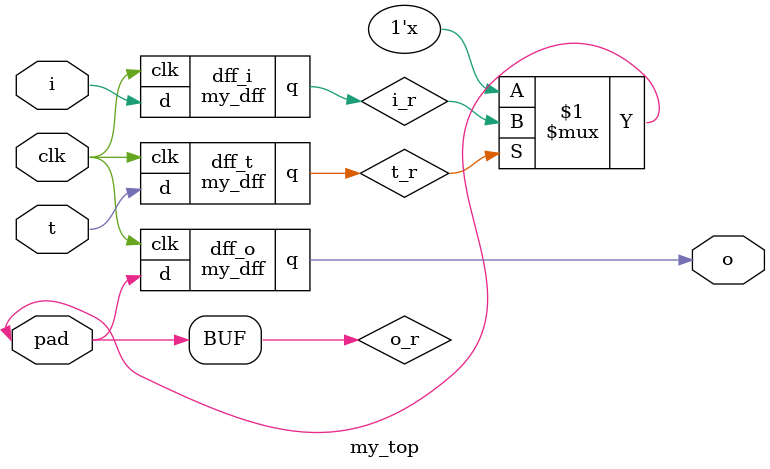
<source format=v>

module my_dff (
    input d,
    clk,
    output reg q
);
  always @(posedge clk) q <= d;
endmodule

module my_top (
    inout  wire pad,
    input  wire i,
    input  wire t,
    output wire o,
    input  wire clk
);

  wire i_r;
  wire t_r;
  wire o_r;

  // IOB
  assign pad = (t_r) ? i_r : 1'bz;
  assign o_r = pad;

  // DFFs
  my_dff dff_i (
      i,
      clk,
      i_r
  );
  my_dff dff_t (
      t,
      clk,
      t_r
  );
  my_dff dff_o (
      o_r,
      clk,
      o
  );

endmodule

</source>
